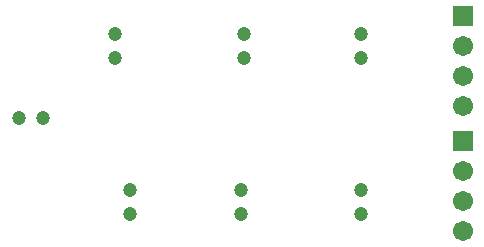
<source format=gbs>
G04*
G04 #@! TF.GenerationSoftware,Altium Limited,Altium Designer,21.3.2 (30)*
G04*
G04 Layer_Color=16711935*
%FSLAX25Y25*%
%MOIN*%
G70*
G04*
G04 #@! TF.SameCoordinates,6AFA8AC4-1F2B-44AF-8278-4DB4029EB304*
G04*
G04*
G04 #@! TF.FilePolarity,Negative*
G04*
G01*
G75*
%ADD16C,0.04737*%
%ADD17R,0.06706X0.06706*%
%ADD18C,0.06706*%
D16*
X369000Y134000D02*
D03*
Y126000D02*
D03*
X329000Y134000D02*
D03*
Y126000D02*
D03*
X292000Y134000D02*
D03*
Y126000D02*
D03*
X369000Y178000D02*
D03*
Y186000D02*
D03*
X330000Y178000D02*
D03*
Y186000D02*
D03*
X287000Y178000D02*
D03*
Y186000D02*
D03*
X263000Y158000D02*
D03*
X255000D02*
D03*
D17*
X403000Y150212D02*
D03*
Y192000D02*
D03*
D18*
Y140212D02*
D03*
Y130212D02*
D03*
Y120212D02*
D03*
Y162000D02*
D03*
Y172000D02*
D03*
Y182000D02*
D03*
M02*

</source>
